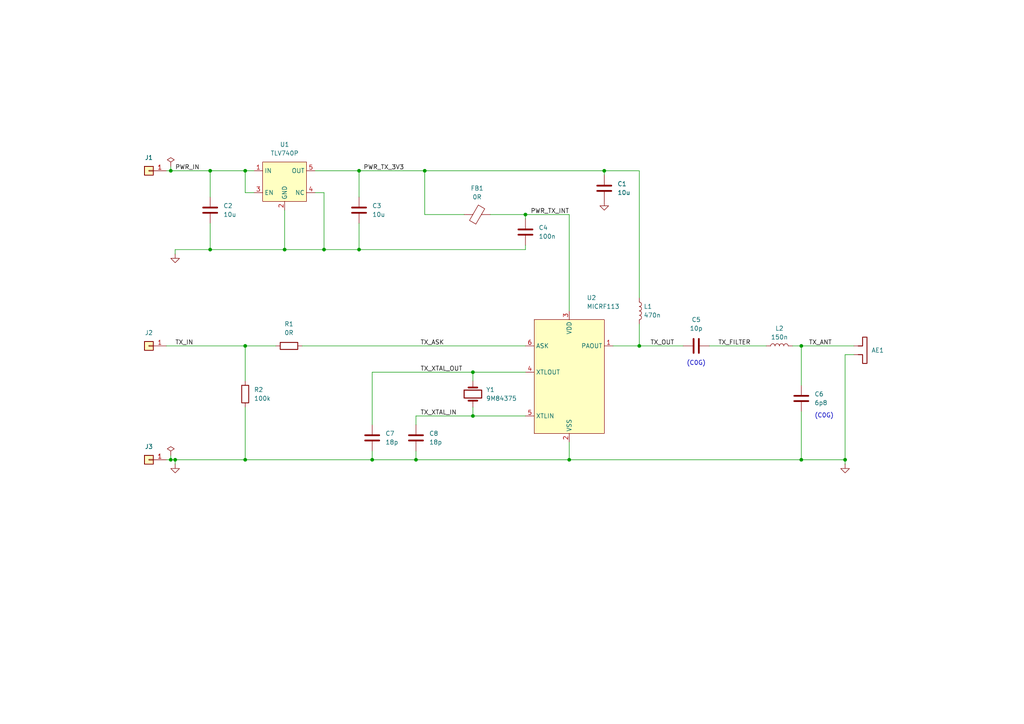
<source format=kicad_sch>
(kicad_sch (version 20231120) (generator "eeschema") (generator_version "8.0")
  (paper "A4")
  (title_block (title "ASK Radio Development Board") (company "J. L. Hay"))
  (lib_symbols
    (symbol "Connector_Generic:Conn_01x01" (pin_names (offset 1.016) hide)
      (property "Reference" "J" (at 0 2.54 0))
      (property "Value" "Conn_01x01" (at 0 -2.54 0))
      (symbol "Conn_01x01_1_1"
        (rectangle (start -1.27 0.127) (end 0 -0.127) (stroke (width 0.1524)))
        (rectangle (start -1.27 1.27) (end 1.27 -1.27) (stroke (width 0.254)) (fill (type background)))
        (pin passive line (at -5.08 0 0) (length 3.81) (name "Pin_1") (number "1"))
      )
    )
    (symbol "Device:Antenna_Dipole" (pin_numbers hide) (pin_names (offset 1.016) hide)
      (property "Reference" "AE" (at 1.27 1.27 0))
      (property "Value" "Antenna_Dipole" (at 1.27 0 0))
      (symbol "Antenna_Dipole_0_1"
        (polyline (pts (xy 2.54 -3.81) (xy 2.54 -2.54) (xy 5.08 -2.54) (xy 5.08 -1.27) (xy -2.54 -1.27) (xy -2.54 -2.54) (xy 0 -2.54) (xy 0 -3.81)) (stroke (width 0.254)))
      )
      (symbol "Antenna_Dipole_1_1"
        (pin input line (at 0 -5.08 90) (length 2.54) (name "~") (number "1"))
        (pin input line (at 2.54 -5.08 90) (length 2.54) (name "~") (number "2"))
      )
    )
    (symbol "Device:C" (pin_numbers hide) (pin_names (offset 0.254))
      (property "Reference" "C" (at 0.635 2.54 0))
      (property "Value" "C" (at 0.635 -2.54 0))
      (symbol "C_0_1"
        (polyline (pts (xy -2.032 -0.762) (xy 2.032 -0.762)) (stroke (width 0.508)))
        (polyline (pts (xy -2.032 0.762) (xy 2.032 0.762)) (stroke (width 0.508)))
      )
      (symbol "C_1_1"
        (pin passive line (at 0 3.81 270) (length 2.794) (name "~") (number "1"))
        (pin passive line (at 0 -3.81 90) (length 2.794) (name "~") (number "2"))
      )
    )
    (symbol "Device:Crystal" (pin_numbers hide) (pin_names (offset 1.016) hide)
      (property "Reference" "Y" (at 0 3.81 0))
      (property "Value" "Crystal" (at 0 -3.81 0))
      (symbol "Crystal_0_1"
        (rectangle (start -1.143 2.54) (end 1.143 -2.54) (stroke (width 0.3048)))
        (polyline (pts (xy -2.54 0) (xy -1.905 0)))
        (polyline (pts (xy -1.905 -1.27) (xy -1.905 1.27)) (stroke (width 0.508)))
        (polyline (pts (xy 1.905 -1.27) (xy 1.905 1.27)) (stroke (width 0.508)))
        (polyline (pts (xy 2.54 0) (xy 1.905 0)))
      )
      (symbol "Crystal_1_1"
        (pin passive line (at -3.81 0 0) (length 1.27) (name "1") (number "1"))
        (pin passive line (at 3.81 0 180) (length 1.27) (name "2") (number "2"))
      )
    )
    (symbol "Device:FerriteBead" (pin_numbers hide) (pin_names (offset 0))
      (property "Reference" "FB" (at -3.81 0.635 90))
      (property "Value" "FerriteBead" (at 3.81 0 90))
      (symbol "FerriteBead_0_1"
        (polyline (pts (xy 0 -1.27) (xy 0 -1.2192)))
        (polyline (pts (xy 0 1.27) (xy 0 1.2954)))
        (polyline (pts (xy -2.7686 0.4064) (xy -1.7018 2.2606) (xy 2.7686 -0.3048) (xy 1.6764 -2.159) (xy -2.7686 0.4064)))
      )
      (symbol "FerriteBead_1_1"
        (pin passive line (at 0 3.81 270) (length 2.54) (name "~") (number "1"))
        (pin passive line (at 0 -3.81 90) (length 2.54) (name "~") (number "2"))
      )
    )
    (symbol "Device:L" (pin_numbers hide) (pin_names (offset 1.016) hide)
      (property "Reference" "L" (at -1.27 0 90))
      (property "Value" "L" (at 1.905 0 90))
      (symbol "L_0_1"
        (arc (start 0 -2.54) (mid 0.6323 -1.905) (end 0 -1.27))
        (arc (start 0 -1.27) (mid 0.6323 -0.635) (end 0 0))
        (arc (start 0 0) (mid 0.6323 0.635) (end 0 1.27))
        (arc (start 0 1.27) (mid 0.6323 1.905) (end 0 2.54))
      )
      (symbol "L_1_1"
        (pin passive line (at 0 3.81 270) (length 1.27) (name "1") (number "1"))
        (pin passive line (at 0 -3.81 90) (length 1.27) (name "2") (number "2"))
      )
    )
    (symbol "Device:R" (pin_numbers hide) (pin_names (offset 0))
      (property "Reference" "R" (at 2.032 0 90))
      (property "Value" "R" (at 0 0 90))
      (symbol "R_0_1"
        (rectangle (start -1.016 -2.54) (end 1.016 2.54) (stroke (width 0.254)))
      )
      (symbol "R_1_1"
        (pin passive line (at 0 3.81 270) (length 1.27) (name "~") (number "1"))
        (pin passive line (at 0 -3.81 90) (length 1.27) (name "~") (number "2"))
      )
    )
    (symbol "power:GND" (power) (pin_numbers hide) (pin_names (offset 0) hide)
      (property "Value" "GND" (at 0 -3.81 0))
      (symbol "GND_0_1"
        (polyline (pts (xy 0 0) (xy 0 -1.27) (xy 1.27 -1.27) (xy 0 -2.54) (xy -1.27 -1.27) (xy 0 -1.27)))
      )
      (symbol "GND_1_1"
        (pin power_in line (at 0 0 270) (length 0) (name "~") (number "1"))
      )
    )
    (symbol "power:PWR_FLAG" (power) (pin_numbers hide) (pin_names (offset 0) hide)
      (property "Value" "PWR_FLAG" (at 0 3.81 0))
      (symbol "PWR_FLAG_0_0"
        (pin power_out line (at 0 0 90) (length 0) (name "~") (number "1"))
      )
      (symbol "PWR_FLAG_0_1"
        (polyline (pts (xy 0 0) (xy 0 1.27) (xy -1.016 1.905) (xy 0 2.54) (xy 1.016 1.905) (xy 0 1.27)))
      )
    )
    (symbol "radio:MICRF113"
      (property "Reference" "U" (at 3.556 7.366 0))
      (property "Value" "MICRF113" (at 3.556 4.826 0))
      (symbol "MICRF113_0_0"
        (pin output line (at 12.7 -5.08 180) (length 2.54) (name "PAOUT") (number "1"))
        (pin power_in line (at 0 -33.02 90) (length 2.54) (name "VSS") (number "2"))
        (pin power_in line (at 0 5.08 270) (length 2.54) (name "VDD") (number "3"))
        (pin output line (at -12.7 -12.7 0) (length 2.54) (name "XTLOUT") (number "4"))
        (pin input line (at -12.7 -25.4 0) (length 2.54) (name "XTLIN") (number "5"))
        (pin input line (at -12.7 -5.08 0) (length 2.54) (name "ASK") (number "6"))
      )
      (symbol "MICRF113_1_1"
        (rectangle (start -10.16 2.54) (end 10.16 -30.48) (fill (type background)))
      )
    )
    (symbol "regulators:TLV740P"
      (property "Reference" "U" (at 0 19.05 0))
      (property "Value" "TLV740P" (at 0 17.018 0))
      (symbol "TLV740P_0_0"
        (pin power_in line (at -8.89 12.7 0) (length 2.54) (name "IN") (number "1"))
        (pin power_in line (at 0 1.27 90) (length 2.54) (name "GND") (number "2"))
        (pin input line (at -8.89 6.35 0) (length 2.54) (name "EN") (number "3"))
        (pin passive line (at 8.89 6.35 180) (length 2.54) (name "NC") (number "4"))
        (pin power_out line (at 8.89 12.7 180) (length 2.54) (name "OUT") (number "5"))
      )
      (symbol "TLV740P_1_1"
        (rectangle (start -6.35 15.24) (end 6.35 3.81) (fill (type background)))
      )
    )
  )
  (junction (at 50.8 133.35))
  (junction (at 104.14 72.39))
  (junction (at 175.26 49.53))
  (junction (at 60.96 72.39))
  (junction (at 71.12 49.53))
  (junction (at 60.96 49.53))
  (junction (at 82.55 72.39))
  (junction (at 185.42 100.33))
  (junction (at 165.1 133.35))
  (junction (at 232.41 100.33))
  (junction (at 137.16 107.95))
  (junction (at 232.41 133.35))
  (junction (at 93.98 72.39))
  (junction (at 137.16 120.65))
  (junction (at 123.19 49.53))
  (junction (at 71.12 133.35))
  (junction (at 245.11 133.35))
  (junction (at 107.95 133.35))
  (junction (at 120.65 133.35))
  (junction (at 49.53 49.53))
  (junction (at 71.12 100.33))
  (junction (at 49.53 133.35))
  (junction (at 152.4 62.23))
  (junction (at 104.14 49.53))
  (wire (pts (xy 107.95 133.35) (xy 120.65 133.35)))
  (wire (pts (xy 49.53 49.53) (xy 60.96 49.53)))
  (wire (pts (xy 50.8 134.62) (xy 50.8 133.35)))
  (wire (pts (xy 175.26 49.53) (xy 185.42 49.53)))
  (wire (pts (xy 245.11 134.62) (xy 245.11 133.35)))
  (wire (pts (xy 104.14 57.15) (xy 104.14 49.53)))
  (wire (pts (xy 60.96 64.77) (xy 60.96 72.39)))
  (wire (pts (xy 152.4 71.12) (xy 152.4 72.39)))
  (wire (pts (xy 48.26 100.33) (xy 71.12 100.33)))
  (wire (pts (xy 123.19 49.53) (xy 123.19 62.23)))
  (wire (pts (xy 137.16 120.65) (xy 137.16 118.11)))
  (wire (pts (xy 93.98 72.39) (xy 104.14 72.39)))
  (wire (pts (xy 71.12 100.33) (xy 71.12 110.49)))
  (wire (pts (xy 50.8 72.39) (xy 50.8 73.66)))
  (wire (pts (xy 175.26 50.8) (xy 175.26 49.53)))
  (wire (pts (xy 104.14 64.77) (xy 104.14 72.39)))
  (wire (pts (xy 137.16 107.95) (xy 137.16 110.49)))
  (wire (pts (xy 123.19 49.53) (xy 175.26 49.53)))
  (wire (pts (xy 60.96 72.39) (xy 82.55 72.39)))
  (wire (pts (xy 60.96 49.53) (xy 71.12 49.53)))
  (wire (pts (xy 104.14 49.53) (xy 123.19 49.53)))
  (wire (pts (xy 185.42 49.53) (xy 185.42 86.36)))
  (wire (pts (xy 107.95 123.19) (xy 107.95 107.95)))
  (wire (pts (xy 120.65 120.65) (xy 137.16 120.65)))
  (wire (pts (xy 93.98 55.88) (xy 93.98 72.39)))
  (wire (pts (xy 91.44 49.53) (xy 104.14 49.53)))
  (wire (pts (xy 247.65 102.87) (xy 245.11 102.87)))
  (wire (pts (xy 71.12 133.35) (xy 107.95 133.35)))
  (wire (pts (xy 185.42 100.33) (xy 198.12 100.33)))
  (wire (pts (xy 104.14 72.39) (xy 152.4 72.39)))
  (wire (pts (xy 107.95 107.95) (xy 137.16 107.95)))
  (wire (pts (xy 137.16 120.65) (xy 152.4 120.65)))
  (wire (pts (xy 177.8 100.33) (xy 185.42 100.33)))
  (wire (pts (xy 87.63 100.33) (xy 152.4 100.33)))
  (wire (pts (xy 165.1 128.27) (xy 165.1 133.35)))
  (wire (pts (xy 82.55 72.39) (xy 93.98 72.39)))
  (wire (pts (xy 232.41 100.33) (xy 232.41 111.76)))
  (wire (pts (xy 152.4 62.23) (xy 152.4 63.5)))
  (wire (pts (xy 123.19 62.23) (xy 134.62 62.23)))
  (wire (pts (xy 49.53 132.08) (xy 49.53 133.35)))
  (wire (pts (xy 71.12 118.11) (xy 71.12 133.35)))
  (wire (pts (xy 165.1 62.23) (xy 152.4 62.23)))
  (wire (pts (xy 48.26 133.35) (xy 49.53 133.35)))
  (wire (pts (xy 205.74 100.33) (xy 222.25 100.33)))
  (wire (pts (xy 120.65 123.19) (xy 120.65 120.65)))
  (wire (pts (xy 142.24 62.23) (xy 152.4 62.23)))
  (wire (pts (xy 50.8 133.35) (xy 71.12 133.35)))
  (wire (pts (xy 232.41 100.33) (xy 247.65 100.33)))
  (wire (pts (xy 49.53 133.35) (xy 50.8 133.35)))
  (wire (pts (xy 120.65 130.81) (xy 120.65 133.35)))
  (wire (pts (xy 80.01 100.33) (xy 71.12 100.33)))
  (wire (pts (xy 120.65 133.35) (xy 165.1 133.35)))
  (wire (pts (xy 71.12 55.88) (xy 71.12 49.53)))
  (wire (pts (xy 82.55 72.39) (xy 82.55 60.96)))
  (wire (pts (xy 73.66 55.88) (xy 71.12 55.88)))
  (wire (pts (xy 229.87 100.33) (xy 232.41 100.33)))
  (wire (pts (xy 60.96 49.53) (xy 60.96 57.15)))
  (wire (pts (xy 165.1 133.35) (xy 232.41 133.35)))
  (wire (pts (xy 185.42 93.98) (xy 185.42 100.33)))
  (wire (pts (xy 107.95 130.81) (xy 107.95 133.35)))
  (wire (pts (xy 232.41 119.38) (xy 232.41 133.35)))
  (wire (pts (xy 245.11 102.87) (xy 245.11 133.35)))
  (wire (pts (xy 49.53 48.26) (xy 49.53 49.53)))
  (wire (pts (xy 71.12 49.53) (xy 73.66 49.53)))
  (wire (pts (xy 232.41 133.35) (xy 245.11 133.35)))
  (wire (pts (xy 137.16 107.95) (xy 152.4 107.95)))
  (wire (pts (xy 48.26 49.53) (xy 49.53 49.53)))
  (wire (pts (xy 165.1 62.23) (xy 165.1 90.17)))
  (wire (pts (xy 91.44 55.88) (xy 93.98 55.88)))
  (wire (pts (xy 50.8 72.39) (xy 60.96 72.39)))
  (text "(C0G)" (at 201.93 105.41 0) (effects (font (size 1.27 1.27))))
  (text "(C0G)" (at 236.22 120.65 0) (effects (font (size 1.27 1.27)) (justify left)))
  (label "PWR_TX_3V3" (at 105.41 49.53 0))
  (label "TX_OUT" (at 195.58 100.33 180))
  (label "PWR_TX_INT" (at 165.1 62.23 180))
  (label "TX_ASK" (at 121.92 100.33 0))
  (label "TX_ANT" (at 241.3 100.33 180))
  (label "TX_FILTER" (at 208.28 100.33 0))
  (label "TX_IN" (at 50.8 100.33 0))
  (label "TX_XTAL_OUT" (at 121.92 107.95 0))
  (label "PWR_IN" (at 50.8 49.53 0))
  (label "TX_XTAL_IN" (at 121.92 120.65 0))
  (symbol (lib_id "Connector_Generic:Conn_01x01") (at 43.18 49.53 180) (unit 1)
    (property "Reference" "J1" (at 43.18 45.72 0))
    (property "Value" "Conn_01x01" (effects (hide yes)))
    (property "Footprint" "Connector_PinHeader_2.54mm:PinHeader_1x01_P2.54mm_Vertical" (effects (hide yes)))
    (property "Description" "Generic connector, single row, 01x01, script generated (kicad-library-utils/schlib/autogen/connector/)" (effects (hide yes)))
  )
  (symbol (lib_id "Device:C") (at 201.93 100.33 90) (unit 1)
    (property "Reference" "C5" (at 201.93 92.71 90))
    (property "Value" "10p" (at 201.93 95.25 90))
    (property "Footprint" "Capacitor_SMD:C_0805_2012Metric" (effects (hide yes)))
    (property "Description" "Unpolarized capacitor" (effects (hide yes)))
    (property "Supplier " "Digi-Key" (effects (hide yes)))
    (property "Manufacturer" "Samsung Electro-mechanics" (effects (hide yes)))
    (property "Manufacturer PN" "CL21C100CBANNNC" (effects (hide yes)))
    (property "Supplier PN" "1276-2561-1-ND" (effects (hide yes)))
  )
  (symbol (lib_id "Device:C") (at 104.14 60.96 0) (unit 1)
    (property "Reference" "C3" (at 107.95 59.6899 0) (effects (justify left)))
    (property "Value" "10u" (at 107.95 62.2299 0) (effects (justify left)))
    (property "Footprint" "Capacitor_SMD:C_0805_2012Metric" (effects (hide yes)))
    (property "Description" "Unpolarized capacitor" (effects (hide yes)))
    (property "Supplier " "Digi-Key" (effects (hide yes)))
    (property "Manufacturer" "Samsung Electro-mechanics" (effects (hide yes)))
    (property "Manufacturer PN" "CL21A106KOQNNNG" (effects (hide yes)))
    (property "Supplier PN" "1276-6455-1-ND" (effects (hide yes)))
  )
  (symbol (lib_id "Device:FerriteBead") (at 138.43 62.23 90) (unit 1)
    (property "Reference" "FB1" (at 138.3792 54.61 90))
    (property "Value" "0R" (at 138.3792 57.15 90))
    (property "Footprint" "Resistor_SMD:R_0805_2012Metric" (effects (hide yes)))
    (property "Description" "Ferrite bead" (effects (hide yes)))
    (property "Supplier " "Digi-Key" (effects (hide yes)))
    (property "Manufacturer" "Stackpole Electronics" (effects (hide yes)))
    (property "Manufacturer PN" "RMCF0805ZT0R00" (effects (hide yes)))
    (property "Supplier PN" "RMCF0805ZT0R00CT-ND" (effects (hide yes)))
  )
  (symbol (lib_id "power:GND") (at 50.8 73.66 0) (unit 1)
    (property "Reference" "#PWR02" (effects (hide yes)))
    (property "Value" "GND" (effects (hide yes)))
    (property "Description" "Power symbol creates a global label with name \"GND\" , ground" (effects (hide yes)))
  )
  (symbol (lib_id "Device:R") (at 71.12 114.3 180) (unit 1)
    (property "Reference" "R2" (at 73.66 113.0299 0) (effects (justify right)))
    (property "Value" "100k" (at 73.66 115.5699 0) (effects (justify right)))
    (property "Footprint" "Resistor_SMD:R_0805_2012Metric" (effects (hide yes)))
    (property "Description" "Resistor" (effects (hide yes)))
    (property "Supplier " "Digi-Key" (effects (hide yes)))
    (property "Manufacturer" "Stackpole Electronics" (effects (hide yes)))
    (property "Supplier PN" "RMCF0805JT100KCT-ND" (effects (hide yes)))
    (property "Manufacturer PN" "RMCF0805JT100K" (effects (hide yes)))
  )
  (symbol (lib_id "power:PWR_FLAG") (at 49.53 132.08 0) (unit 1)
    (property "Reference" "#FLG02" (effects (hide yes)))
    (property "Value" "PWR_FLAG" (effects (hide yes)))
    (property "Description" "Special symbol for telling ERC where power comes from" (effects (hide yes)))
  )
  (symbol (lib_id "power:GND") (at 175.26 58.42 0) (unit 1)
    (property "Reference" "#PWR01" (effects (hide yes)))
    (property "Value" "GND" (effects (hide yes)))
    (property "Description" "Power symbol creates a global label with name \"GND\" , ground" (effects (hide yes)))
  )
  (symbol (lib_id "Device:R") (at 83.82 100.33 90) (unit 1)
    (property "Reference" "R1" (at 83.82 93.98 90))
    (property "Value" "0R" (at 83.82 96.52 90))
    (property "Footprint" "Resistor_SMD:R_0805_2012Metric" (effects (hide yes)))
    (property "Description" "Resistor" (effects (hide yes)))
    (property "Supplier " "Digi-Key" (effects (hide yes)))
    (property "Manufacturer" "Stackpole Electronics" (effects (hide yes)))
    (property "Manufacturer PN" "RMCF0805ZT0R00" (effects (hide yes)))
    (property "Supplier PN" "RMCF0805ZT0R00CT-ND" (effects (hide yes)))
  )
  (symbol (lib_id "Device:L") (at 185.42 90.17 0) (unit 1)
    (property "Reference" "L1" (at 186.69 88.8999 0) (effects (justify left)))
    (property "Value" "470n" (at 186.69 91.4399 0) (effects (justify left)))
    (property "Footprint" "Inductor_SMD:L_0805_2012Metric" (effects (hide yes)))
    (property "Description" "Inductor" (effects (hide yes)))
    (property "Supplier " "Digi-Key" (effects (hide yes)))
    (property "Manufacturer" "Murata Electronics" (effects (hide yes)))
    (property "Manufacturer PN" "LQW18ANR47J00D" (effects (hide yes)))
    (property "Supplier PN" "490-1184-1-ND" (effects (hide yes)))
  )
  (symbol (lib_id "power:GND") (at 245.11 134.62 0) (unit 1)
    (property "Reference" "#PWR04" (effects (hide yes)))
    (property "Value" "GND" (effects (hide yes)))
    (property "Description" "Power symbol creates a global label with name \"GND\" , ground" (effects (hide yes)))
  )
  (symbol (lib_id "Device:C") (at 120.65 127 180) (unit 1)
    (property "Reference" "C8" (at 124.46 125.7299 0) (effects (justify right)))
    (property "Value" "18p" (at 124.46 128.2699 0) (effects (justify right)))
    (property "Footprint" "Capacitor_SMD:C_0805_2012Metric" (effects (hide yes)))
    (property "Description" "Unpolarized capacitor" (effects (hide yes)))
    (property "Supplier " "Digi-Key" (effects (hide yes)))
    (property "Manufacturer" "YAGEO" (effects (hide yes)))
    (property "Manufacturer PN" "CC0805JRNPO9BN180" (effects (hide yes)))
    (property "Supplier PN" "311-1102-1-ND" (effects (hide yes)))
  )
  (symbol (lib_id "Device:C") (at 152.4 67.31 0) (unit 1)
    (property "Reference" "C4" (at 156.21 66.0399 0) (effects (justify left)))
    (property "Value" "100n" (at 156.21 68.5799 0) (effects (justify left)))
    (property "Footprint" "Capacitor_SMD:C_0805_2012Metric" (effects (hide yes)))
    (property "Description" "Unpolarized capacitor" (effects (hide yes)))
    (property "Supplier " "Digi-Key" (effects (hide yes)))
    (property "Manufacturer" "YAGEO" (effects (hide yes)))
    (property "Manufacturer PN" "CC0805KRX7R9BB104" (effects (hide yes)))
    (property "Supplier PN" "311-1140-1-ND" (effects (hide yes)))
  )
  (symbol (lib_id "Connector_Generic:Conn_01x01") (at 43.18 100.33 180) (unit 1)
    (property "Reference" "J2" (at 43.18 96.52 0))
    (property "Value" "Conn_01x01" (effects (hide yes)))
    (property "Footprint" "Connector_PinHeader_2.54mm:PinHeader_1x01_P2.54mm_Vertical" (effects (hide yes)))
    (property "Description" "Generic connector, single row, 01x01, script generated (kicad-library-utils/schlib/autogen/connector/)" (effects (hide yes)))
  )
  (symbol (lib_id "Device:C") (at 232.41 115.57 0) (unit 1)
    (property "Reference" "C6" (at 236.22 114.2999 0) (effects (justify left)))
    (property "Value" "6p8" (at 236.22 116.8399 0) (effects (justify left)))
    (property "Footprint" "Capacitor_SMD:C_0805_2012Metric" (effects (hide yes)))
    (property "Description" "Unpolarized capacitor" (effects (hide yes)))
    (property "Supplier " "Digi-Key" (effects (hide yes)))
    (property "Manufacturer" "YAGEO" (effects (hide yes)))
    (property "Manufacturer PN" "CC0805CRNPO9BN6R8" (effects (hide yes)))
    (property "Supplier PN" "311-1831-1-ND" (effects (hide yes)))
  )
  (symbol (lib_id "Device:C") (at 175.26 54.61 0) (unit 1)
    (property "Reference" "C1" (at 179.07 53.3399 0) (effects (justify left)))
    (property "Value" "10u" (at 179.07 55.8799 0) (effects (justify left)))
    (property "Footprint" "Capacitor_SMD:C_0805_2012Metric" (effects (hide yes)))
    (property "Description" "Unpolarized capacitor" (effects (hide yes)))
    (property "Supplier " "Digi-Key" (effects (hide yes)))
    (property "Manufacturer" "Samsung Electro-mechanics" (effects (hide yes)))
    (property "Manufacturer PN" "CL21A106KOQNNNG" (effects (hide yes)))
    (property "Supplier PN" "1276-6455-1-ND" (effects (hide yes)))
  )
  (symbol (lib_id "Connector_Generic:Conn_01x01") (at 43.18 133.35 180) (unit 1)
    (property "Reference" "J3" (at 43.18 129.54 0))
    (property "Value" "Conn_01x01" (effects (hide yes)))
    (property "Footprint" "Connector_PinHeader_2.54mm:PinHeader_1x01_P2.54mm_Vertical" (effects (hide yes)))
    (property "Description" "Generic connector, single row, 01x01, script generated (kicad-library-utils/schlib/autogen/connector/)" (effects (hide yes)))
  )
  (symbol (lib_id "radio:MICRF113") (at 165.1 95.25 0) (unit 1)
    (property "Reference" "U2" (at 170.18 86.36 0) (effects (justify left)))
    (property "Value" "MICRF113" (at 170.18 88.9 0) (effects (justify left)))
    (property "Footprint" "Package_TO_SOT_SMD:SOT-23-6" (effects (hide yes)))
    (property "Datasheet" "https://ww1.microchip.com/downloads/en/DeviceDoc/micrf113.pdf" (effects (hide yes)))
    (property "Description" "Amplitude shift keying (ASK) radio transmitter" (effects (hide yes)))
    (property "Supplier " "Digi-Key" (effects (hide yes)))
    (property "Manufacturer" "Microchip Technology" (effects (hide yes)))
    (property "Manufacturer PN" "MICRF113YM6-TR" (effects (hide yes)))
    (property "Supplier PN" "576-3229-1-ND" (effects (hide yes)))
  )
  (symbol (lib_id "Device:C") (at 107.95 127 180) (unit 1)
    (property "Reference" "C7" (at 111.76 125.7299 0) (effects (justify right)))
    (property "Value" "18p" (at 111.76 128.2699 0) (effects (justify right)))
    (property "Footprint" "Capacitor_SMD:C_0805_2012Metric" (effects (hide yes)))
    (property "Description" "Unpolarized capacitor" (effects (hide yes)))
    (property "Supplier " "Digi-Key" (effects (hide yes)))
    (property "Manufacturer" "YAGEO" (effects (hide yes)))
    (property "Manufacturer PN" "CC0805JRNPO9BN180" (effects (hide yes)))
    (property "Supplier PN" "311-1102-1-ND" (effects (hide yes)))
  )
  (symbol (lib_id "Device:Crystal") (at 137.16 114.3 270) (unit 1)
    (property "Reference" "Y1" (at 140.97 113.0299 90) (effects (justify left)))
    (property "Value" "9M84375" (at 140.97 115.5699 90) (effects (justify left)))
    (property "Footprint" "Crystal:Crystal_SMD_HC49-SD" (effects (hide yes)))
    (property "Datasheet" "https://mm.digikey.com/Volume0/opasdata/d220001/medias/docus/2446/ECS-yyy.yy-CDX%20Drawing.pdf" (effects (hide yes)))
    (property "Description" "Two pin crystal" (effects (hide yes)))
    (property "Manufacturer" "ECS" (effects (hide yes)))
    (property "Manufacturer PN" "ECS-98.4375-CDX-0314-TR" (effects (hide yes)))
    (property "Supplier " "Digi-Key" (effects (hide yes)))
    (property "Supplier PN" "XC1026CT-ND" (effects (hide yes)))
  )
  (symbol (lib_id "Device:L") (at 226.06 100.33 90) (unit 1)
    (property "Reference" "L2" (at 226.06 95.25 90))
    (property "Value" "150n" (at 226.06 97.79 90))
    (property "Footprint" "Inductor_SMD:L_0805_2012Metric" (effects (hide yes)))
    (property "Description" "Inductor" (effects (hide yes)))
    (property "Supplier " "Digi-Key" (effects (hide yes)))
    (property "Manufacturer" "Pulse Electronics" (effects (hide yes)))
    (property "Manufacturer PN" "BSCH00100505R15JCS" (effects (hide yes)))
    (property "Supplier PN" "553-BSCH00100505R15JCSCT-ND" (effects (hide yes)))
  )
  (symbol (lib_id "Device:Antenna_Dipole") (at 252.73 100.33 270) (unit 1) (in_bom no)
    (property "Reference" "AE1" (at 252.73 101.5999 90) (effects (justify left)))
    (property "Value" "Antenna_Dipole" (effects (hide yes)))
    (property "Footprint" "RF_Antenna:Texas_SWRA117D_2.4GHz_Left" (effects (hide yes)))
    (property "Description" "Dipole antenna" (effects (hide yes)))
  )
  (symbol (lib_id "regulators:TLV740P") (at 82.55 62.23 0) (unit 1)
    (property "Reference" "U1" (at 82.55 41.91 0))
    (property "Value" "TLV740P" (at 82.55 44.45 0))
    (property "Footprint" "Package_TO_SOT_SMD:SOT-23-5" (effects (hide yes)))
    (property "Datasheet" "https://mm.digikey.com/Volume0/opasdata/d220001/medias/docus/5334/TLV740P_DS.pdf" (effects (hide yes)))
    (property "Description" "Fixed 3.3 V, 300 mA regulator with fold-back overcurrent protection" (effects (hide yes)))
    (property "Supplier " "Digi-Key" (effects (hide yes)))
    (property "Manufacturer" "Texas Instruments" (effects (hide yes)))
    (property "Manufacturer PN" "TLV74033PDBVR" (effects (hide yes)))
    (property "Supplier PN" "296-TLV74033PDBVRCT-ND" (effects (hide yes)))
  )
  (symbol (lib_id "power:PWR_FLAG") (at 49.53 48.26 0) (unit 1)
    (property "Reference" "#FLG01" (effects (hide yes)))
    (property "Value" "PWR_FLAG" (effects (hide yes)))
    (property "Description" "Special symbol for telling ERC where power comes from" (effects (hide yes)))
  )
  (symbol (lib_id "Device:C") (at 60.96 60.96 0) (unit 1)
    (property "Reference" "C2" (at 64.77 59.6899 0) (effects (justify left)))
    (property "Value" "10u" (at 64.77 62.2299 0) (effects (justify left)))
    (property "Footprint" "Capacitor_SMD:C_0805_2012Metric" (effects (hide yes)))
    (property "Description" "Unpolarized capacitor" (effects (hide yes)))
    (property "Supplier " "Digi-Key" (effects (hide yes)))
    (property "Manufacturer" "Samsung Electro-mechanics" (effects (hide yes)))
    (property "Manufacturer PN" "CL21A106KOQNNNG" (effects (hide yes)))
    (property "Supplier PN" "1276-6455-1-ND" (effects (hide yes)))
  )
  (symbol (lib_id "power:GND") (at 50.8 134.62 0) (unit 1)
    (property "Reference" "#PWR03" (effects (hide yes)))
    (property "Value" "GND" (effects (hide yes)))
    (property "Description" "Power symbol creates a global label with name \"GND\" , ground" (effects (hide yes)))
  )
)
</source>
